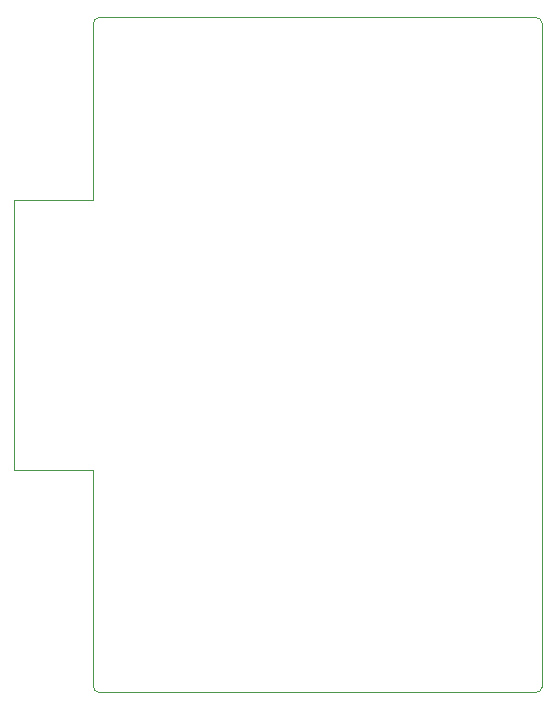
<source format=gm1>
G04 #@! TF.GenerationSoftware,KiCad,Pcbnew,7.0.5*
G04 #@! TF.CreationDate,2023-08-20T02:00:58+08:00*
G04 #@! TF.ProjectId,RM,524d2e6b-6963-4616-945f-706362585858,rev?*
G04 #@! TF.SameCoordinates,Original*
G04 #@! TF.FileFunction,Profile,NP*
%FSLAX46Y46*%
G04 Gerber Fmt 4.6, Leading zero omitted, Abs format (unit mm)*
G04 Created by KiCad (PCBNEW 7.0.5) date 2023-08-20 02:00:58*
%MOMM*%
%LPD*%
G01*
G04 APERTURE LIST*
G04 #@! TA.AperFunction,Profile*
%ADD10C,0.100000*%
G04 #@! TD*
G04 APERTURE END LIST*
D10*
X113535000Y-101555000D02*
G75*
G03*
X114035000Y-102055000I500000J0D01*
G01*
X106810000Y-83210000D02*
X113535000Y-83210000D01*
X151535000Y-101555000D02*
X151535000Y-45405000D01*
X151035000Y-44905000D02*
X114035000Y-44905000D01*
X106810000Y-60350000D02*
X106810000Y-83210000D01*
X151035000Y-102055000D02*
X114035000Y-102055000D01*
X151535000Y-45405000D02*
G75*
G03*
X151035000Y-44905000I-500000J0D01*
G01*
X114035000Y-44905000D02*
G75*
G03*
X113535000Y-45405000I0J-500000D01*
G01*
X113535000Y-83210000D02*
X113535000Y-101555000D01*
X113535000Y-60350000D02*
X113535000Y-45405000D01*
X106810000Y-60350000D02*
X113535000Y-60350000D01*
X151035000Y-102055000D02*
G75*
G03*
X151535000Y-101555000I0J500000D01*
G01*
M02*

</source>
